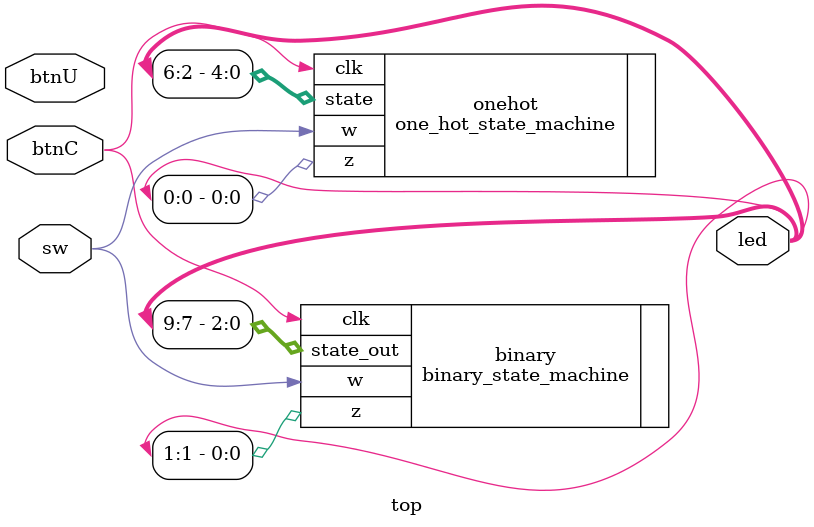
<source format=v>
module top(
    input sw, // w
    output [9:0] led, // see IO table
    input btnC, // clk
    input btnU // reset
);

    one_hot_state_machine onehot(
        .w(sw),
        .clk(btnC),
        .z(led[0]),
        .state(led[6:2])
    );
    
    binary_state_machine binary(
        .w(sw),
        .clk(btnC),
        .z(led[1]),
        .state_out(led[9:7])
    );

endmodule
</source>
